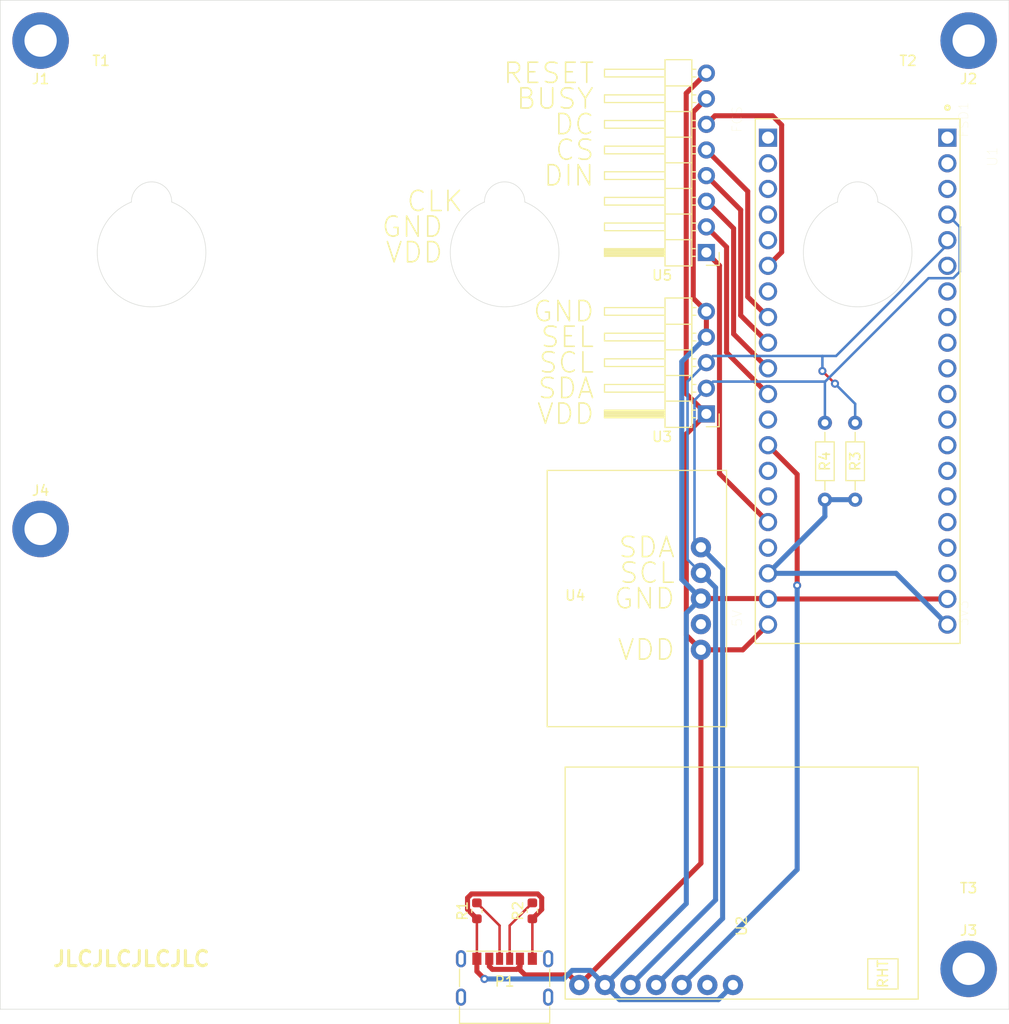
<source format=kicad_pcb>
(kicad_pcb (version 20171130) (host pcbnew "(5.1.6)-1")

  (general
    (thickness 1.6)
    (drawings 28)
    (tracks 119)
    (zones 0)
    (modules 17)
    (nets 48)
  )

  (page A4)
  (layers
    (0 F.Cu signal)
    (31 B.Cu signal)
    (32 B.Adhes user)
    (33 F.Adhes user)
    (34 B.Paste user)
    (35 F.Paste user)
    (36 B.SilkS user)
    (37 F.SilkS user)
    (38 B.Mask user)
    (39 F.Mask user)
    (40 Dwgs.User user)
    (41 Cmts.User user)
    (42 Eco1.User user)
    (43 Eco2.User user)
    (44 Edge.Cuts user)
    (45 Margin user)
    (46 B.CrtYd user)
    (47 F.CrtYd user)
    (48 B.Fab user hide)
    (49 F.Fab user hide)
  )

  (setup
    (last_trace_width 0.25)
    (user_trace_width 0.5)
    (user_trace_width 1)
    (trace_clearance 0.2)
    (zone_clearance 0.508)
    (zone_45_only no)
    (trace_min 0.2)
    (via_size 0.8)
    (via_drill 0.4)
    (via_min_size 0.4)
    (via_min_drill 0.3)
    (uvia_size 0.3)
    (uvia_drill 0.1)
    (uvias_allowed no)
    (uvia_min_size 0.2)
    (uvia_min_drill 0.1)
    (edge_width 0.05)
    (segment_width 0.2)
    (pcb_text_width 0.3)
    (pcb_text_size 1.5 1.5)
    (mod_edge_width 0.12)
    (mod_text_size 1 1)
    (mod_text_width 0.15)
    (pad_size 1.524 1.524)
    (pad_drill 0.762)
    (pad_to_mask_clearance 0.05)
    (aux_axis_origin 0 0)
    (grid_origin 90 115)
    (visible_elements 7FFFFFFF)
    (pcbplotparams
      (layerselection 0x010fc_ffffffff)
      (usegerberextensions false)
      (usegerberattributes true)
      (usegerberadvancedattributes true)
      (creategerberjobfile true)
      (excludeedgelayer true)
      (linewidth 0.100000)
      (plotframeref false)
      (viasonmask false)
      (mode 1)
      (useauxorigin false)
      (hpglpennumber 1)
      (hpglpenspeed 20)
      (hpglpendiameter 15.000000)
      (psnegative false)
      (psa4output false)
      (plotreference true)
      (plotvalue true)
      (plotinvisibletext false)
      (padsonsilk false)
      (subtractmaskfromsilk false)
      (outputformat 1)
      (mirror false)
      (drillshape 0)
      (scaleselection 1)
      (outputdirectory "airqualitysensor-production/"))
  )

  (net 0 "")
  (net 1 GND)
  (net 2 VDD)
  (net 3 "Net-(P1-PadA5)")
  (net 4 "Net-(P1-PadB5)")
  (net 5 SDA)
  (net 6 SCL)
  (net 7 RDY)
  (net 8 "Net-(U2-Pad6)")
  (net 9 "Net-(U4-Pad2)")
  (net 10 "Net-(P1-PadS1)")
  (net 11 "Net-(J1-Pad1)")
  (net 12 "Net-(J2-Pad1)")
  (net 13 "Net-(J3-Pad1)")
  (net 14 3V3)
  (net 15 RESET)
  (net 16 CLK)
  (net 17 DIN)
  (net 18 CS)
  (net 19 BUSY)
  (net 20 DC)
  (net 21 "Net-(J4-Pad1)")
  (net 22 "Net-(U1-PadJ3_17)")
  (net 23 "Net-(U1-PadJ3_15)")
  (net 24 "Net-(U1-PadJ3_14)")
  (net 25 "Net-(U1-PadJ3_12)")
  (net 26 "Net-(U1-PadJ3_1)")
  (net 27 "Net-(U1-PadJ3_2)")
  (net 28 "Net-(U1-PadJ3_3)")
  (net 29 "Net-(U1-PadJ3_4)")
  (net 30 "Net-(U1-PadJ3_5)")
  (net 31 "Net-(U1-PadJ3_7)")
  (net 32 "Net-(U1-PadJ2_18)")
  (net 33 "Net-(U1-PadJ2_17)")
  (net 34 "Net-(U1-PadJ2_16)")
  (net 35 "Net-(U1-PadJ2_15)")
  (net 36 "Net-(U1-PadJ2_14)")
  (net 37 "Net-(U1-PadJ2_13)")
  (net 38 "Net-(U1-PadJ2_12)")
  (net 39 "Net-(U1-PadJ2_1)")
  (net 40 "Net-(U1-PadJ2_2)")
  (net 41 "Net-(U1-PadJ2_3)")
  (net 42 "Net-(U1-PadJ2_6)")
  (net 43 "Net-(U1-PadJ2_7)")
  (net 44 "Net-(U1-PadJ2_8)")
  (net 45 "Net-(U1-PadJ2_9)")
  (net 46 "Net-(U1-PadJ2_11)")
  (net 47 "Net-(U1-PadJ2_10)")

  (net_class Default "This is the default net class."
    (clearance 0.2)
    (trace_width 0.25)
    (via_dia 0.8)
    (via_drill 0.4)
    (uvia_dia 0.3)
    (uvia_drill 0.1)
    (add_net 3V3)
    (add_net BUSY)
    (add_net CLK)
    (add_net CS)
    (add_net DC)
    (add_net DIN)
    (add_net GND)
    (add_net "Net-(J1-Pad1)")
    (add_net "Net-(J2-Pad1)")
    (add_net "Net-(J3-Pad1)")
    (add_net "Net-(J4-Pad1)")
    (add_net "Net-(P1-PadA5)")
    (add_net "Net-(P1-PadB5)")
    (add_net "Net-(P1-PadS1)")
    (add_net "Net-(U1-PadJ2_1)")
    (add_net "Net-(U1-PadJ2_10)")
    (add_net "Net-(U1-PadJ2_11)")
    (add_net "Net-(U1-PadJ2_12)")
    (add_net "Net-(U1-PadJ2_13)")
    (add_net "Net-(U1-PadJ2_14)")
    (add_net "Net-(U1-PadJ2_15)")
    (add_net "Net-(U1-PadJ2_16)")
    (add_net "Net-(U1-PadJ2_17)")
    (add_net "Net-(U1-PadJ2_18)")
    (add_net "Net-(U1-PadJ2_2)")
    (add_net "Net-(U1-PadJ2_3)")
    (add_net "Net-(U1-PadJ2_6)")
    (add_net "Net-(U1-PadJ2_7)")
    (add_net "Net-(U1-PadJ2_8)")
    (add_net "Net-(U1-PadJ2_9)")
    (add_net "Net-(U1-PadJ3_1)")
    (add_net "Net-(U1-PadJ3_12)")
    (add_net "Net-(U1-PadJ3_14)")
    (add_net "Net-(U1-PadJ3_15)")
    (add_net "Net-(U1-PadJ3_17)")
    (add_net "Net-(U1-PadJ3_2)")
    (add_net "Net-(U1-PadJ3_3)")
    (add_net "Net-(U1-PadJ3_4)")
    (add_net "Net-(U1-PadJ3_5)")
    (add_net "Net-(U1-PadJ3_7)")
    (add_net "Net-(U2-Pad6)")
    (add_net "Net-(U4-Pad2)")
    (add_net RDY)
    (add_net RESET)
    (add_net SCL)
    (add_net SDA)
    (add_net VDD)
  )

  (module AirQualitySensor:JLCPCBTooling (layer F.Cu) (tedit 604137BA) (tstamp 604193EC)
    (at 186 105)
    (fp_text reference T3 (at 0 -2) (layer F.SilkS)
      (effects (font (size 1 1) (thickness 0.15)))
    )
    (fp_text value JLCPCBTooling (at 0 2) (layer F.Fab)
      (effects (font (size 1 1) (thickness 0.15)))
    )
    (pad "" np_thru_hole circle (at 0 0) (size 1.152 1.152) (drill 1.152) (layers *.Cu *.Mask)
      (solder_mask_margin 0.148) (clearance 0.148))
  )

  (module AirQualitySensor:JLCPCBTooling (layer F.Cu) (tedit 604137BA) (tstamp 604193BC)
    (at 180 19 180)
    (fp_text reference T2 (at 0 -2) (layer F.SilkS)
      (effects (font (size 1 1) (thickness 0.15)))
    )
    (fp_text value JLCPCBTooling (at 0 2) (layer F.Fab)
      (effects (font (size 1 1) (thickness 0.15)))
    )
    (pad "" np_thru_hole circle (at 0 0 180) (size 1.152 1.152) (drill 1.152) (layers *.Cu *.Mask)
      (solder_mask_margin 0.148) (clearance 0.148))
  )

  (module AirQualitySensor:JLCPCBTooling (layer F.Cu) (tedit 604137BA) (tstamp 604193B0)
    (at 100 19 180)
    (fp_text reference T1 (at 0 -2) (layer F.SilkS)
      (effects (font (size 1 1) (thickness 0.15)))
    )
    (fp_text value JLCPCBTooling (at 0 2) (layer F.Fab)
      (effects (font (size 1 1) (thickness 0.15)))
    )
    (pad "" np_thru_hole circle (at 0 0 180) (size 1.152 1.152) (drill 1.152) (layers *.Cu *.Mask)
      (solder_mask_margin 0.148) (clearance 0.148))
  )

  (module Resistor_THT:R_Axial_DIN0204_L3.6mm_D1.6mm_P7.62mm_Horizontal (layer F.Cu) (tedit 5AE5139B) (tstamp 6041355F)
    (at 171.75 64.5 90)
    (descr "Resistor, Axial_DIN0204 series, Axial, Horizontal, pin pitch=7.62mm, 0.167W, length*diameter=3.6*1.6mm^2, http://cdn-reichelt.de/documents/datenblatt/B400/1_4W%23YAG.pdf")
    (tags "Resistor Axial_DIN0204 series Axial Horizontal pin pitch 7.62mm 0.167W length 3.6mm diameter 1.6mm")
    (path /60414ABE)
    (fp_text reference R4 (at 3.81 0 90) (layer F.SilkS)
      (effects (font (size 1 1) (thickness 0.15)))
    )
    (fp_text value R (at 3.81 1.92 90) (layer F.Fab)
      (effects (font (size 1 1) (thickness 0.15)))
    )
    (fp_line (start 8.57 -1.05) (end -0.95 -1.05) (layer F.CrtYd) (width 0.05))
    (fp_line (start 8.57 1.05) (end 8.57 -1.05) (layer F.CrtYd) (width 0.05))
    (fp_line (start -0.95 1.05) (end 8.57 1.05) (layer F.CrtYd) (width 0.05))
    (fp_line (start -0.95 -1.05) (end -0.95 1.05) (layer F.CrtYd) (width 0.05))
    (fp_line (start 6.68 0) (end 5.73 0) (layer F.SilkS) (width 0.12))
    (fp_line (start 0.94 0) (end 1.89 0) (layer F.SilkS) (width 0.12))
    (fp_line (start 5.73 -0.92) (end 1.89 -0.92) (layer F.SilkS) (width 0.12))
    (fp_line (start 5.73 0.92) (end 5.73 -0.92) (layer F.SilkS) (width 0.12))
    (fp_line (start 1.89 0.92) (end 5.73 0.92) (layer F.SilkS) (width 0.12))
    (fp_line (start 1.89 -0.92) (end 1.89 0.92) (layer F.SilkS) (width 0.12))
    (fp_line (start 7.62 0) (end 5.61 0) (layer F.Fab) (width 0.1))
    (fp_line (start 0 0) (end 2.01 0) (layer F.Fab) (width 0.1))
    (fp_line (start 5.61 -0.8) (end 2.01 -0.8) (layer F.Fab) (width 0.1))
    (fp_line (start 5.61 0.8) (end 5.61 -0.8) (layer F.Fab) (width 0.1))
    (fp_line (start 2.01 0.8) (end 5.61 0.8) (layer F.Fab) (width 0.1))
    (fp_line (start 2.01 -0.8) (end 2.01 0.8) (layer F.Fab) (width 0.1))
    (fp_text user %R (at 3.81 0 90) (layer F.Fab)
      (effects (font (size 0.72 0.72) (thickness 0.108)))
    )
    (pad 2 thru_hole oval (at 7.62 0 90) (size 1.4 1.4) (drill 0.7) (layers *.Cu *.Mask)
      (net 5 SDA))
    (pad 1 thru_hole circle (at 0 0 90) (size 1.4 1.4) (drill 0.7) (layers *.Cu *.Mask)
      (net 14 3V3))
    (model ${KISYS3DMOD}/Resistor_THT.3dshapes/R_Axial_DIN0204_L3.6mm_D1.6mm_P7.62mm_Horizontal.wrl
      (at (xyz 0 0 0))
      (scale (xyz 1 1 1))
      (rotate (xyz 0 0 0))
    )
  )

  (module Resistor_THT:R_Axial_DIN0204_L3.6mm_D1.6mm_P7.62mm_Horizontal (layer F.Cu) (tedit 5AE5139B) (tstamp 60413548)
    (at 174.75 64.5 90)
    (descr "Resistor, Axial_DIN0204 series, Axial, Horizontal, pin pitch=7.62mm, 0.167W, length*diameter=3.6*1.6mm^2, http://cdn-reichelt.de/documents/datenblatt/B400/1_4W%23YAG.pdf")
    (tags "Resistor Axial_DIN0204 series Axial Horizontal pin pitch 7.62mm 0.167W length 3.6mm diameter 1.6mm")
    (path /604146B1)
    (fp_text reference R3 (at 3.81 0 90) (layer F.SilkS)
      (effects (font (size 1 1) (thickness 0.15)))
    )
    (fp_text value R (at 3.81 1.92 90) (layer F.Fab)
      (effects (font (size 1 1) (thickness 0.15)))
    )
    (fp_line (start 8.57 -1.05) (end -0.95 -1.05) (layer F.CrtYd) (width 0.05))
    (fp_line (start 8.57 1.05) (end 8.57 -1.05) (layer F.CrtYd) (width 0.05))
    (fp_line (start -0.95 1.05) (end 8.57 1.05) (layer F.CrtYd) (width 0.05))
    (fp_line (start -0.95 -1.05) (end -0.95 1.05) (layer F.CrtYd) (width 0.05))
    (fp_line (start 6.68 0) (end 5.73 0) (layer F.SilkS) (width 0.12))
    (fp_line (start 0.94 0) (end 1.89 0) (layer F.SilkS) (width 0.12))
    (fp_line (start 5.73 -0.92) (end 1.89 -0.92) (layer F.SilkS) (width 0.12))
    (fp_line (start 5.73 0.92) (end 5.73 -0.92) (layer F.SilkS) (width 0.12))
    (fp_line (start 1.89 0.92) (end 5.73 0.92) (layer F.SilkS) (width 0.12))
    (fp_line (start 1.89 -0.92) (end 1.89 0.92) (layer F.SilkS) (width 0.12))
    (fp_line (start 7.62 0) (end 5.61 0) (layer F.Fab) (width 0.1))
    (fp_line (start 0 0) (end 2.01 0) (layer F.Fab) (width 0.1))
    (fp_line (start 5.61 -0.8) (end 2.01 -0.8) (layer F.Fab) (width 0.1))
    (fp_line (start 5.61 0.8) (end 5.61 -0.8) (layer F.Fab) (width 0.1))
    (fp_line (start 2.01 0.8) (end 5.61 0.8) (layer F.Fab) (width 0.1))
    (fp_line (start 2.01 -0.8) (end 2.01 0.8) (layer F.Fab) (width 0.1))
    (fp_text user %R (at 3.81 0 90) (layer F.Fab)
      (effects (font (size 0.72 0.72) (thickness 0.108)))
    )
    (pad 2 thru_hole oval (at 7.62 0 90) (size 1.4 1.4) (drill 0.7) (layers *.Cu *.Mask)
      (net 6 SCL))
    (pad 1 thru_hole circle (at 0 0 90) (size 1.4 1.4) (drill 0.7) (layers *.Cu *.Mask)
      (net 14 3V3))
    (model ${KISYS3DMOD}/Resistor_THT.3dshapes/R_Axial_DIN0204_L3.6mm_D1.6mm_P7.62mm_Horizontal.wrl
      (at (xyz 0 0 0))
      (scale (xyz 1 1 1))
      (rotate (xyz 0 0 0))
    )
  )

  (module MountingHole:MountingHole_3.2mm_M3_DIN965_Pad (layer F.Cu) (tedit 56D1B4CB) (tstamp 60403955)
    (at 94 67.4)
    (descr "Mounting Hole 3.2mm, M3, DIN965")
    (tags "mounting hole 3.2mm m3 din965")
    (path /6040CD62)
    (attr virtual)
    (fp_text reference J4 (at 0 -3.8) (layer F.SilkS)
      (effects (font (size 1 1) (thickness 0.15)))
    )
    (fp_text value Conn_01x01 (at 0 3.8) (layer F.Fab)
      (effects (font (size 1 1) (thickness 0.15)))
    )
    (fp_circle (center 0 0) (end 2.8 0) (layer Cmts.User) (width 0.15))
    (fp_circle (center 0 0) (end 3.05 0) (layer F.CrtYd) (width 0.05))
    (fp_text user %R (at 0.3 0) (layer F.Fab)
      (effects (font (size 1 1) (thickness 0.15)))
    )
    (pad 1 thru_hole circle (at 0 0) (size 5.6 5.6) (drill 3.2) (layers *.Cu *.Mask)
      (net 21 "Net-(J4-Pad1)"))
  )

  (module AirQualitySensor:SCD30 (layer F.Cu) (tedit 603E9483) (tstamp 603F5917)
    (at 146 91 270)
    (path /603593F7)
    (fp_text reference U2 (at 15.75 -17.5 90) (layer F.SilkS)
      (effects (font (size 1 1) (thickness 0.15)))
    )
    (fp_text value SCD30 (at 11.5 -34 90) (layer F.Fab)
      (effects (font (size 1 1) (thickness 0.15)))
    )
    (fp_line (start 22 -30) (end 22 -33) (layer F.SilkS) (width 0.12))
    (fp_line (start 19 -30) (end 22 -30) (layer F.SilkS) (width 0.12))
    (fp_line (start 19 -33) (end 19 -30) (layer F.SilkS) (width 0.12))
    (fp_line (start 22 -33) (end 19 -33) (layer F.SilkS) (width 0.12))
    (fp_line (start 0 -35) (end 0 0) (layer F.SilkS) (width 0.12))
    (fp_line (start 23 -35) (end 0 -35) (layer F.SilkS) (width 0.12))
    (fp_line (start 23 0) (end 23 -35) (layer F.SilkS) (width 0.12))
    (fp_line (start 0 0) (end 23 0) (layer F.SilkS) (width 0.12))
    (fp_text user RHT (at 20.5 -31.5 90) (layer F.SilkS)
      (effects (font (size 1 1) (thickness 0.15)))
    )
    (pad 7 thru_hole circle (at 21.6 -16.64 270) (size 2 2) (drill 1) (layers *.Cu *.Mask)
      (net 1 GND))
    (pad 6 thru_hole circle (at 21.6 -14.1 270) (size 2 2) (drill 1) (layers *.Cu *.Mask)
      (net 8 "Net-(U2-Pad6)"))
    (pad 5 thru_hole circle (at 21.6 -11.56 270) (size 2 2) (drill 1) (layers *.Cu *.Mask)
      (net 7 RDY))
    (pad 4 thru_hole circle (at 21.6 -9.02 270) (size 2 2) (drill 1) (layers *.Cu *.Mask)
      (net 5 SDA))
    (pad 3 thru_hole circle (at 21.6 -6.48 270) (size 2 2) (drill 1) (layers *.Cu *.Mask)
      (net 6 SCL))
    (pad 2 thru_hole circle (at 21.6 -3.94 270) (size 2 2) (drill 1) (layers *.Cu *.Mask)
      (net 1 GND))
    (pad 1 thru_hole circle (at 21.6 -1.4 270) (size 2 2) (drill 1) (layers *.Cu *.Mask)
      (net 2 VDD))
    (model ${KIPRJMOD}/Sensirion_CO2_Sensors_SCD30.step
      (offset (xyz 8.25 16 14))
      (scale (xyz 1 1 1))
      (rotate (xyz 90 0 -90))
    )
    (model ${KIPRJMOD}/ESP32-DevkitC-32D/zl262-8s_p2-54_l20-8_w2-54_h8-5.stp
      (offset (xyz 21.5 10.25 0))
      (scale (xyz 1 1 1))
      (rotate (xyz -90 0 90))
    )
  )

  (module AirQualitySensor:PinHeader_Waveshare_Display (layer F.Cu) (tedit 603E8C73) (tstamp 603F59FF)
    (at 160 40 180)
    (descr "Through hole angled pin header, 1x08, 2.54mm pitch, 6mm pin length, single row")
    (tags "Through hole angled pin header THT 1x08 2.54mm single row")
    (path /603EDF39)
    (fp_text reference U5 (at 4.385 -2.27) (layer F.SilkS)
      (effects (font (size 1 1) (thickness 0.15)))
    )
    (fp_text value WaveShareDisplay-200x200 (at 4.385 20.05) (layer F.Fab)
      (effects (font (size 1 1) (thickness 0.15)))
    )
    (fp_line (start 2.135 -1.27) (end 4.04 -1.27) (layer F.Fab) (width 0.1))
    (fp_line (start 4.04 -1.27) (end 4.04 19.05) (layer F.Fab) (width 0.1))
    (fp_line (start 4.04 19.05) (end 1.5 19.05) (layer F.Fab) (width 0.1))
    (fp_line (start 1.5 19.05) (end 1.5 -0.635) (layer F.Fab) (width 0.1))
    (fp_line (start 1.5 -0.635) (end 2.135 -1.27) (layer F.Fab) (width 0.1))
    (fp_line (start -0.32 -0.32) (end 1.5 -0.32) (layer F.Fab) (width 0.1))
    (fp_line (start -0.32 -0.32) (end -0.32 0.32) (layer F.Fab) (width 0.1))
    (fp_line (start -0.32 0.32) (end 1.5 0.32) (layer F.Fab) (width 0.1))
    (fp_line (start 4.04 -0.32) (end 10.04 -0.32) (layer F.Fab) (width 0.1))
    (fp_line (start 10.04 -0.32) (end 10.04 0.32) (layer F.Fab) (width 0.1))
    (fp_line (start 4.04 0.32) (end 10.04 0.32) (layer F.Fab) (width 0.1))
    (fp_line (start -0.32 2.22) (end 1.5 2.22) (layer F.Fab) (width 0.1))
    (fp_line (start -0.32 2.22) (end -0.32 2.86) (layer F.Fab) (width 0.1))
    (fp_line (start -0.32 2.86) (end 1.5 2.86) (layer F.Fab) (width 0.1))
    (fp_line (start 4.04 2.22) (end 10.04 2.22) (layer F.Fab) (width 0.1))
    (fp_line (start 10.04 2.22) (end 10.04 2.86) (layer F.Fab) (width 0.1))
    (fp_line (start 4.04 2.86) (end 10.04 2.86) (layer F.Fab) (width 0.1))
    (fp_line (start -0.32 4.76) (end 1.5 4.76) (layer F.Fab) (width 0.1))
    (fp_line (start -0.32 4.76) (end -0.32 5.4) (layer F.Fab) (width 0.1))
    (fp_line (start -0.32 5.4) (end 1.5 5.4) (layer F.Fab) (width 0.1))
    (fp_line (start 4.04 4.76) (end 10.04 4.76) (layer F.Fab) (width 0.1))
    (fp_line (start 10.04 4.76) (end 10.04 5.4) (layer F.Fab) (width 0.1))
    (fp_line (start 4.04 5.4) (end 10.04 5.4) (layer F.Fab) (width 0.1))
    (fp_line (start -0.32 7.3) (end 1.5 7.3) (layer F.Fab) (width 0.1))
    (fp_line (start -0.32 7.3) (end -0.32 7.94) (layer F.Fab) (width 0.1))
    (fp_line (start -0.32 7.94) (end 1.5 7.94) (layer F.Fab) (width 0.1))
    (fp_line (start 4.04 7.3) (end 10.04 7.3) (layer F.Fab) (width 0.1))
    (fp_line (start 10.04 7.3) (end 10.04 7.94) (layer F.Fab) (width 0.1))
    (fp_line (start 4.04 7.94) (end 10.04 7.94) (layer F.Fab) (width 0.1))
    (fp_line (start -0.32 9.84) (end 1.5 9.84) (layer F.Fab) (width 0.1))
    (fp_line (start -0.32 9.84) (end -0.32 10.48) (layer F.Fab) (width 0.1))
    (fp_line (start -0.32 10.48) (end 1.5 10.48) (layer F.Fab) (width 0.1))
    (fp_line (start 4.04 9.84) (end 10.04 9.84) (layer F.Fab) (width 0.1))
    (fp_line (start 10.04 9.84) (end 10.04 10.48) (layer F.Fab) (width 0.1))
    (fp_line (start 4.04 10.48) (end 10.04 10.48) (layer F.Fab) (width 0.1))
    (fp_line (start -0.32 12.38) (end 1.5 12.38) (layer F.Fab) (width 0.1))
    (fp_line (start -0.32 12.38) (end -0.32 13.02) (layer F.Fab) (width 0.1))
    (fp_line (start -0.32 13.02) (end 1.5 13.02) (layer F.Fab) (width 0.1))
    (fp_line (start 4.04 12.38) (end 10.04 12.38) (layer F.Fab) (width 0.1))
    (fp_line (start 10.04 12.38) (end 10.04 13.02) (layer F.Fab) (width 0.1))
    (fp_line (start 4.04 13.02) (end 10.04 13.02) (layer F.Fab) (width 0.1))
    (fp_line (start -0.32 14.92) (end 1.5 14.92) (layer F.Fab) (width 0.1))
    (fp_line (start -0.32 14.92) (end -0.32 15.56) (layer F.Fab) (width 0.1))
    (fp_line (start -0.32 15.56) (end 1.5 15.56) (layer F.Fab) (width 0.1))
    (fp_line (start 4.04 14.92) (end 10.04 14.92) (layer F.Fab) (width 0.1))
    (fp_line (start 10.04 14.92) (end 10.04 15.56) (layer F.Fab) (width 0.1))
    (fp_line (start 4.04 15.56) (end 10.04 15.56) (layer F.Fab) (width 0.1))
    (fp_line (start -0.32 17.46) (end 1.5 17.46) (layer F.Fab) (width 0.1))
    (fp_line (start -0.32 17.46) (end -0.32 18.1) (layer F.Fab) (width 0.1))
    (fp_line (start -0.32 18.1) (end 1.5 18.1) (layer F.Fab) (width 0.1))
    (fp_line (start 4.04 17.46) (end 10.04 17.46) (layer F.Fab) (width 0.1))
    (fp_line (start 10.04 17.46) (end 10.04 18.1) (layer F.Fab) (width 0.1))
    (fp_line (start 4.04 18.1) (end 10.04 18.1) (layer F.Fab) (width 0.1))
    (fp_line (start 1.44 -1.33) (end 1.44 19.11) (layer F.SilkS) (width 0.12))
    (fp_line (start 1.44 19.11) (end 4.1 19.11) (layer F.SilkS) (width 0.12))
    (fp_line (start 4.1 19.11) (end 4.1 -1.33) (layer F.SilkS) (width 0.12))
    (fp_line (start 4.1 -1.33) (end 1.44 -1.33) (layer F.SilkS) (width 0.12))
    (fp_line (start 4.1 -0.38) (end 10.1 -0.38) (layer F.SilkS) (width 0.12))
    (fp_line (start 10.1 -0.38) (end 10.1 0.38) (layer F.SilkS) (width 0.12))
    (fp_line (start 10.1 0.38) (end 4.1 0.38) (layer F.SilkS) (width 0.12))
    (fp_line (start 4.1 -0.32) (end 10.1 -0.32) (layer F.SilkS) (width 0.12))
    (fp_line (start 4.1 -0.2) (end 10.1 -0.2) (layer F.SilkS) (width 0.12))
    (fp_line (start 4.1 -0.08) (end 10.1 -0.08) (layer F.SilkS) (width 0.12))
    (fp_line (start 4.1 0.04) (end 10.1 0.04) (layer F.SilkS) (width 0.12))
    (fp_line (start 4.1 0.16) (end 10.1 0.16) (layer F.SilkS) (width 0.12))
    (fp_line (start 4.1 0.28) (end 10.1 0.28) (layer F.SilkS) (width 0.12))
    (fp_line (start 1.11 -0.38) (end 1.44 -0.38) (layer F.SilkS) (width 0.12))
    (fp_line (start 1.11 0.38) (end 1.44 0.38) (layer F.SilkS) (width 0.12))
    (fp_line (start 1.44 1.27) (end 4.1 1.27) (layer F.SilkS) (width 0.12))
    (fp_line (start 4.1 2.16) (end 10.1 2.16) (layer F.SilkS) (width 0.12))
    (fp_line (start 10.1 2.16) (end 10.1 2.92) (layer F.SilkS) (width 0.12))
    (fp_line (start 10.1 2.92) (end 4.1 2.92) (layer F.SilkS) (width 0.12))
    (fp_line (start 1.042929 2.16) (end 1.44 2.16) (layer F.SilkS) (width 0.12))
    (fp_line (start 1.042929 2.92) (end 1.44 2.92) (layer F.SilkS) (width 0.12))
    (fp_line (start 1.44 3.81) (end 4.1 3.81) (layer F.SilkS) (width 0.12))
    (fp_line (start 4.1 4.7) (end 10.1 4.7) (layer F.SilkS) (width 0.12))
    (fp_line (start 10.1 4.7) (end 10.1 5.46) (layer F.SilkS) (width 0.12))
    (fp_line (start 10.1 5.46) (end 4.1 5.46) (layer F.SilkS) (width 0.12))
    (fp_line (start 1.042929 4.7) (end 1.44 4.7) (layer F.SilkS) (width 0.12))
    (fp_line (start 1.042929 5.46) (end 1.44 5.46) (layer F.SilkS) (width 0.12))
    (fp_line (start 1.44 6.35) (end 4.1 6.35) (layer F.SilkS) (width 0.12))
    (fp_line (start 4.1 7.24) (end 10.1 7.24) (layer F.SilkS) (width 0.12))
    (fp_line (start 10.1 7.24) (end 10.1 8) (layer F.SilkS) (width 0.12))
    (fp_line (start 10.1 8) (end 4.1 8) (layer F.SilkS) (width 0.12))
    (fp_line (start 1.042929 7.24) (end 1.44 7.24) (layer F.SilkS) (width 0.12))
    (fp_line (start 1.042929 8) (end 1.44 8) (layer F.SilkS) (width 0.12))
    (fp_line (start 1.44 8.89) (end 4.1 8.89) (layer F.SilkS) (width 0.12))
    (fp_line (start 4.1 9.78) (end 10.1 9.78) (layer F.SilkS) (width 0.12))
    (fp_line (start 10.1 9.78) (end 10.1 10.54) (layer F.SilkS) (width 0.12))
    (fp_line (start 10.1 10.54) (end 4.1 10.54) (layer F.SilkS) (width 0.12))
    (fp_line (start 1.042929 9.78) (end 1.44 9.78) (layer F.SilkS) (width 0.12))
    (fp_line (start 1.042929 10.54) (end 1.44 10.54) (layer F.SilkS) (width 0.12))
    (fp_line (start 1.44 11.43) (end 4.1 11.43) (layer F.SilkS) (width 0.12))
    (fp_line (start 4.1 12.32) (end 10.1 12.32) (layer F.SilkS) (width 0.12))
    (fp_line (start 10.1 12.32) (end 10.1 13.08) (layer F.SilkS) (width 0.12))
    (fp_line (start 10.1 13.08) (end 4.1 13.08) (layer F.SilkS) (width 0.12))
    (fp_line (start 1.042929 12.32) (end 1.44 12.32) (layer F.SilkS) (width 0.12))
    (fp_line (start 1.042929 13.08) (end 1.44 13.08) (layer F.SilkS) (width 0.12))
    (fp_line (start 1.44 13.97) (end 4.1 13.97) (layer F.SilkS) (width 0.12))
    (fp_line (start 4.1 14.86) (end 10.1 14.86) (layer F.SilkS) (width 0.12))
    (fp_line (start 10.1 14.86) (end 10.1 15.62) (layer F.SilkS) (width 0.12))
    (fp_line (start 10.1 15.62) (end 4.1 15.62) (layer F.SilkS) (width 0.12))
    (fp_line (start 1.042929 14.86) (end 1.44 14.86) (layer F.SilkS) (width 0.12))
    (fp_line (start 1.042929 15.62) (end 1.44 15.62) (layer F.SilkS) (width 0.12))
    (fp_line (start 1.44 16.51) (end 4.1 16.51) (layer F.SilkS) (width 0.12))
    (fp_line (start 4.1 17.4) (end 10.1 17.4) (layer F.SilkS) (width 0.12))
    (fp_line (start 10.1 17.4) (end 10.1 18.16) (layer F.SilkS) (width 0.12))
    (fp_line (start 10.1 18.16) (end 4.1 18.16) (layer F.SilkS) (width 0.12))
    (fp_line (start 1.042929 17.4) (end 1.44 17.4) (layer F.SilkS) (width 0.12))
    (fp_line (start 1.042929 18.16) (end 1.44 18.16) (layer F.SilkS) (width 0.12))
    (fp_line (start -1.27 0) (end -1.27 -1.27) (layer F.SilkS) (width 0.12))
    (fp_line (start -1.27 -1.27) (end 0 -1.27) (layer F.SilkS) (width 0.12))
    (fp_line (start -1.8 -1.8) (end -1.8 19.55) (layer F.CrtYd) (width 0.05))
    (fp_line (start -1.8 19.55) (end 10.55 19.55) (layer F.CrtYd) (width 0.05))
    (fp_line (start 10.55 19.55) (end 10.55 -1.8) (layer F.CrtYd) (width 0.05))
    (fp_line (start 10.55 -1.8) (end -1.8 -1.8) (layer F.CrtYd) (width 0.05))
    (fp_text user %R (at 2.77 8.89 90) (layer F.Fab)
      (effects (font (size 1 1) (thickness 0.15)))
    )
    (pad 1 thru_hole rect (at 0 0 180) (size 1.7 1.7) (drill 1) (layers *.Cu *.Mask)
      (net 15 RESET))
    (pad 2 thru_hole oval (at 0 2.54 180) (size 1.7 1.7) (drill 1) (layers *.Cu *.Mask)
      (net 19 BUSY))
    (pad 3 thru_hole oval (at 0 5.08 180) (size 1.7 1.7) (drill 1) (layers *.Cu *.Mask)
      (net 20 DC))
    (pad 4 thru_hole oval (at 0 7.62 180) (size 1.7 1.7) (drill 1) (layers *.Cu *.Mask)
      (net 18 CS))
    (pad 5 thru_hole oval (at 0 10.16 180) (size 1.7 1.7) (drill 1) (layers *.Cu *.Mask)
      (net 17 DIN))
    (pad 6 thru_hole oval (at 0 12.7 180) (size 1.7 1.7) (drill 1) (layers *.Cu *.Mask)
      (net 16 CLK))
    (pad 7 thru_hole oval (at 0 15.24 180) (size 1.7 1.7) (drill 1) (layers *.Cu *.Mask)
      (net 1 GND))
    (pad 8 thru_hole oval (at 0 17.78 180) (size 1.7 1.7) (drill 1) (layers *.Cu *.Mask)
      (net 2 VDD))
    (model ${KISYS3DMOD}/Connector_PinHeader_2.54mm.3dshapes/PinHeader_1x08_P2.54mm_Horizontal.wrl
      (at (xyz 0 0 0))
      (scale (xyz 1 1 1))
      (rotate (xyz 0 0 0))
    )
  )

  (module AirQualitySensor:SGP40_Adafruit (layer F.Cu) (tedit 603E8965) (tstamp 603F597E)
    (at 162 87 90)
    (path /603856DB)
    (fp_text reference U4 (at 13 -15 180) (layer F.SilkS)
      (effects (font (size 1 1) (thickness 0.15)))
    )
    (fp_text value SGP40_Adafruit (at 12.7 -15.24 90) (layer F.Fab)
      (effects (font (size 1 1) (thickness 0.15)))
    )
    (fp_line (start 0 0) (end 25.4 0) (layer F.SilkS) (width 0.12))
    (fp_line (start 25.4 0) (end 25.4 -17.78) (layer F.SilkS) (width 0.12))
    (fp_line (start 25.4 -17.78) (end 0 -17.78) (layer F.SilkS) (width 0.12))
    (fp_line (start 0 -17.78) (end 0 0) (layer F.SilkS) (width 0.12))
    (pad 5 thru_hole circle (at 17.78 -2.54 90) (size 2 2) (drill 1) (layers *.Cu *.Mask)
      (net 5 SDA))
    (pad 4 thru_hole circle (at 15.24 -2.54 90) (size 2 2) (drill 1) (layers *.Cu *.Mask)
      (net 6 SCL))
    (pad 3 thru_hole circle (at 12.7 -2.54 90) (size 2 2) (drill 1) (layers *.Cu *.Mask)
      (net 1 GND))
    (pad 2 thru_hole circle (at 10.16 -2.54 90) (size 2 2) (drill 1) (layers *.Cu *.Mask)
      (net 9 "Net-(U4-Pad2)"))
    (pad 1 thru_hole circle (at 7.62 -2.54 90) (size 2 2) (drill 1) (layers *.Cu *.Mask)
      (net 2 VDD))
    (model ${KIPRJMOD}/ESP32-DevkitC-32D/HEADER6PFEM.stp
      (offset (xyz 7.6 2.5 0))
      (scale (xyz 1 1 1))
      (rotate (xyz 0 0 0))
    )
  )

  (module AirQualitySensor:PinHeader_SPS (layer F.Cu) (tedit 603E8C52) (tstamp 603F5971)
    (at 160 56 180)
    (descr "Through hole angled pin header, 1x05, 2.54mm pitch, 6mm pin length, single row")
    (tags "Through hole angled pin header THT 1x05 2.54mm single row")
    (path /6035ACCF)
    (fp_text reference U3 (at 4.385 -2.27) (layer F.SilkS)
      (effects (font (size 1 1) (thickness 0.15)))
    )
    (fp_text value SPS30 (at 4.385 12.43) (layer F.Fab)
      (effects (font (size 1 1) (thickness 0.15)))
    )
    (fp_line (start 2.135 -1.27) (end 4.04 -1.27) (layer F.Fab) (width 0.1))
    (fp_line (start 4.04 -1.27) (end 4.04 11.43) (layer F.Fab) (width 0.1))
    (fp_line (start 4.04 11.43) (end 1.5 11.43) (layer F.Fab) (width 0.1))
    (fp_line (start 1.5 11.43) (end 1.5 -0.635) (layer F.Fab) (width 0.1))
    (fp_line (start 1.5 -0.635) (end 2.135 -1.27) (layer F.Fab) (width 0.1))
    (fp_line (start -0.32 -0.32) (end 1.5 -0.32) (layer F.Fab) (width 0.1))
    (fp_line (start -0.32 -0.32) (end -0.32 0.32) (layer F.Fab) (width 0.1))
    (fp_line (start -0.32 0.32) (end 1.5 0.32) (layer F.Fab) (width 0.1))
    (fp_line (start 4.04 -0.32) (end 10.04 -0.32) (layer F.Fab) (width 0.1))
    (fp_line (start 10.04 -0.32) (end 10.04 0.32) (layer F.Fab) (width 0.1))
    (fp_line (start 4.04 0.32) (end 10.04 0.32) (layer F.Fab) (width 0.1))
    (fp_line (start -0.32 2.22) (end 1.5 2.22) (layer F.Fab) (width 0.1))
    (fp_line (start -0.32 2.22) (end -0.32 2.86) (layer F.Fab) (width 0.1))
    (fp_line (start -0.32 2.86) (end 1.5 2.86) (layer F.Fab) (width 0.1))
    (fp_line (start 4.04 2.22) (end 10.04 2.22) (layer F.Fab) (width 0.1))
    (fp_line (start 10.04 2.22) (end 10.04 2.86) (layer F.Fab) (width 0.1))
    (fp_line (start 4.04 2.86) (end 10.04 2.86) (layer F.Fab) (width 0.1))
    (fp_line (start -0.32 4.76) (end 1.5 4.76) (layer F.Fab) (width 0.1))
    (fp_line (start -0.32 4.76) (end -0.32 5.4) (layer F.Fab) (width 0.1))
    (fp_line (start -0.32 5.4) (end 1.5 5.4) (layer F.Fab) (width 0.1))
    (fp_line (start 4.04 4.76) (end 10.04 4.76) (layer F.Fab) (width 0.1))
    (fp_line (start 10.04 4.76) (end 10.04 5.4) (layer F.Fab) (width 0.1))
    (fp_line (start 4.04 5.4) (end 10.04 5.4) (layer F.Fab) (width 0.1))
    (fp_line (start -0.32 7.3) (end 1.5 7.3) (layer F.Fab) (width 0.1))
    (fp_line (start -0.32 7.3) (end -0.32 7.94) (layer F.Fab) (width 0.1))
    (fp_line (start -0.32 7.94) (end 1.5 7.94) (layer F.Fab) (width 0.1))
    (fp_line (start 4.04 7.3) (end 10.04 7.3) (layer F.Fab) (width 0.1))
    (fp_line (start 10.04 7.3) (end 10.04 7.94) (layer F.Fab) (width 0.1))
    (fp_line (start 4.04 7.94) (end 10.04 7.94) (layer F.Fab) (width 0.1))
    (fp_line (start -0.32 9.84) (end 1.5 9.84) (layer F.Fab) (width 0.1))
    (fp_line (start -0.32 9.84) (end -0.32 10.48) (layer F.Fab) (width 0.1))
    (fp_line (start -0.32 10.48) (end 1.5 10.48) (layer F.Fab) (width 0.1))
    (fp_line (start 4.04 9.84) (end 10.04 9.84) (layer F.Fab) (width 0.1))
    (fp_line (start 10.04 9.84) (end 10.04 10.48) (layer F.Fab) (width 0.1))
    (fp_line (start 4.04 10.48) (end 10.04 10.48) (layer F.Fab) (width 0.1))
    (fp_line (start 1.44 -1.33) (end 1.44 11.49) (layer F.SilkS) (width 0.12))
    (fp_line (start 1.44 11.49) (end 4.1 11.49) (layer F.SilkS) (width 0.12))
    (fp_line (start 4.1 11.49) (end 4.1 -1.33) (layer F.SilkS) (width 0.12))
    (fp_line (start 4.1 -1.33) (end 1.44 -1.33) (layer F.SilkS) (width 0.12))
    (fp_line (start 4.1 -0.38) (end 10.1 -0.38) (layer F.SilkS) (width 0.12))
    (fp_line (start 10.1 -0.38) (end 10.1 0.38) (layer F.SilkS) (width 0.12))
    (fp_line (start 10.1 0.38) (end 4.1 0.38) (layer F.SilkS) (width 0.12))
    (fp_line (start 4.1 -0.32) (end 10.1 -0.32) (layer F.SilkS) (width 0.12))
    (fp_line (start 4.1 -0.2) (end 10.1 -0.2) (layer F.SilkS) (width 0.12))
    (fp_line (start 4.1 -0.08) (end 10.1 -0.08) (layer F.SilkS) (width 0.12))
    (fp_line (start 4.1 0.04) (end 10.1 0.04) (layer F.SilkS) (width 0.12))
    (fp_line (start 4.1 0.16) (end 10.1 0.16) (layer F.SilkS) (width 0.12))
    (fp_line (start 4.1 0.28) (end 10.1 0.28) (layer F.SilkS) (width 0.12))
    (fp_line (start 1.11 -0.38) (end 1.44 -0.38) (layer F.SilkS) (width 0.12))
    (fp_line (start 1.11 0.38) (end 1.44 0.38) (layer F.SilkS) (width 0.12))
    (fp_line (start 1.44 1.27) (end 4.1 1.27) (layer F.SilkS) (width 0.12))
    (fp_line (start 4.1 2.16) (end 10.1 2.16) (layer F.SilkS) (width 0.12))
    (fp_line (start 10.1 2.16) (end 10.1 2.92) (layer F.SilkS) (width 0.12))
    (fp_line (start 10.1 2.92) (end 4.1 2.92) (layer F.SilkS) (width 0.12))
    (fp_line (start 1.042929 2.16) (end 1.44 2.16) (layer F.SilkS) (width 0.12))
    (fp_line (start 1.042929 2.92) (end 1.44 2.92) (layer F.SilkS) (width 0.12))
    (fp_line (start 1.44 3.81) (end 4.1 3.81) (layer F.SilkS) (width 0.12))
    (fp_line (start 4.1 4.7) (end 10.1 4.7) (layer F.SilkS) (width 0.12))
    (fp_line (start 10.1 4.7) (end 10.1 5.46) (layer F.SilkS) (width 0.12))
    (fp_line (start 10.1 5.46) (end 4.1 5.46) (layer F.SilkS) (width 0.12))
    (fp_line (start 1.042929 4.7) (end 1.44 4.7) (layer F.SilkS) (width 0.12))
    (fp_line (start 1.042929 5.46) (end 1.44 5.46) (layer F.SilkS) (width 0.12))
    (fp_line (start 1.44 6.35) (end 4.1 6.35) (layer F.SilkS) (width 0.12))
    (fp_line (start 4.1 7.24) (end 10.1 7.24) (layer F.SilkS) (width 0.12))
    (fp_line (start 10.1 7.24) (end 10.1 8) (layer F.SilkS) (width 0.12))
    (fp_line (start 10.1 8) (end 4.1 8) (layer F.SilkS) (width 0.12))
    (fp_line (start 1.042929 7.24) (end 1.44 7.24) (layer F.SilkS) (width 0.12))
    (fp_line (start 1.042929 8) (end 1.44 8) (layer F.SilkS) (width 0.12))
    (fp_line (start 1.44 8.89) (end 4.1 8.89) (layer F.SilkS) (width 0.12))
    (fp_line (start 4.1 9.78) (end 10.1 9.78) (layer F.SilkS) (width 0.12))
    (fp_line (start 10.1 9.78) (end 10.1 10.54) (layer F.SilkS) (width 0.12))
    (fp_line (start 10.1 10.54) (end 4.1 10.54) (layer F.SilkS) (width 0.12))
    (fp_line (start 1.042929 9.78) (end 1.44 9.78) (layer F.SilkS) (width 0.12))
    (fp_line (start 1.042929 10.54) (end 1.44 10.54) (layer F.SilkS) (width 0.12))
    (fp_line (start -1.27 0) (end -1.27 -1.27) (layer F.SilkS) (width 0.12))
    (fp_line (start -1.27 -1.27) (end 0 -1.27) (layer F.SilkS) (width 0.12))
    (fp_line (start -1.8 -1.8) (end -1.8 11.95) (layer F.CrtYd) (width 0.05))
    (fp_line (start -1.8 11.95) (end 10.55 11.95) (layer F.CrtYd) (width 0.05))
    (fp_line (start 10.55 11.95) (end 10.55 -1.8) (layer F.CrtYd) (width 0.05))
    (fp_line (start 10.55 -1.8) (end -1.8 -1.8) (layer F.CrtYd) (width 0.05))
    (fp_text user %R (at 2.77 5.08 90) (layer F.Fab)
      (effects (font (size 1 1) (thickness 0.15)))
    )
    (pad 1 thru_hole rect (at 0 0 180) (size 1.7 1.7) (drill 1) (layers *.Cu *.Mask)
      (net 2 VDD))
    (pad 2 thru_hole oval (at 0 2.54 180) (size 1.7 1.7) (drill 1) (layers *.Cu *.Mask)
      (net 5 SDA))
    (pad 3 thru_hole oval (at 0 5.08 180) (size 1.7 1.7) (drill 1) (layers *.Cu *.Mask)
      (net 6 SCL))
    (pad 4 thru_hole oval (at 0 7.62 180) (size 1.7 1.7) (drill 1) (layers *.Cu *.Mask)
      (net 1 GND))
    (pad 5 thru_hole oval (at 0 10.16 180) (size 1.7 1.7) (drill 1) (layers *.Cu *.Mask)
      (net 1 GND))
    (model ${KISYS3DMOD}/Connector_PinHeader_2.54mm.3dshapes/PinHeader_1x05_P2.54mm_Horizontal.wrl
      (at (xyz 0 0 0))
      (scale (xyz 1 1 1))
      (rotate (xyz 0 0 0))
    )
  )

  (module ESP32-DevkitC-32D:XCVR_ESP32-PICO-KIT (layer F.Cu) (tedit 603E8836) (tstamp 603F589D)
    (at 175 52.75 270)
    (path /603F3CB4)
    (fp_text reference U1 (at -22.2541 -13.3495 90) (layer F.SilkS)
      (effects (font (size 1 1) (thickness 0.015)))
    )
    (fp_text value ESP32-PICO-KIT (at -13.3561 13.3466 90) (layer F.Fab)
      (effects (font (size 1 1) (thickness 0.015)))
    )
    (fp_line (start -26 -10.15) (end 26 -10.15) (layer F.Fab) (width 0.127))
    (fp_line (start 26 -10.15) (end 26 10.15) (layer F.Fab) (width 0.127))
    (fp_line (start 26 10.15) (end -26 10.15) (layer F.Fab) (width 0.127))
    (fp_line (start -26 10.15) (end -26 -10.15) (layer F.Fab) (width 0.127))
    (fp_line (start -26 -10.15) (end 26 -10.15) (layer F.SilkS) (width 0.127))
    (fp_line (start 26 -10.15) (end 26 10.15) (layer F.SilkS) (width 0.127))
    (fp_line (start 26 10.15) (end -26 10.15) (layer F.SilkS) (width 0.127))
    (fp_line (start -26 10.15) (end -26 -10.15) (layer F.SilkS) (width 0.127))
    (fp_line (start -26.25 -10.4) (end 26.25 -10.4) (layer F.CrtYd) (width 0.05))
    (fp_line (start 26.25 -10.4) (end 26.25 10.4) (layer F.CrtYd) (width 0.05))
    (fp_line (start 26.25 10.4) (end -26.25 10.4) (layer F.CrtYd) (width 0.05))
    (fp_line (start -26.25 10.4) (end -26.25 -10.4) (layer F.CrtYd) (width 0.05))
    (fp_circle (center -27.1 -8.9) (end -26.876394 -8.9) (layer F.SilkS) (width 0.2))
    (fp_text user 5V (at 23.5064 11.9438 90) (layer F.SilkS)
      (effects (font (size 0.945339 0.945339) (thickness 0.015)))
    )
    (fp_text user 3V3 (at 23.0002 -10.506 90) (layer F.SilkS)
      (effects (font (size 0.945425 0.945425) (thickness 0.015)))
    )
    (fp_text user FCS (at -25.9405 11.953 90) (layer F.SilkS)
      (effects (font (size 0.946071 0.946071) (thickness 0.015)))
    )
    (fp_text user FSD1 (at -25.9215 -10.5055 90) (layer F.SilkS)
      (effects (font (size 0.945378 0.945378) (thickness 0.015)))
    )
    (pad J3_20 thru_hole circle (at 24.13 8.89 270) (size 1.8 1.8) (drill 1.2) (layers *.Cu *.Mask)
      (net 2 VDD))
    (pad J3_19 thru_hole circle (at 21.59 8.89 270) (size 1.8 1.8) (drill 1.2) (layers *.Cu *.Mask)
      (net 1 GND))
    (pad J3_18 thru_hole circle (at 19.05 8.89 270) (size 1.8 1.8) (drill 1.2) (layers *.Cu *.Mask)
      (net 14 3V3))
    (pad J3_17 thru_hole circle (at 16.51 8.89 270) (size 1.8 1.8) (drill 1.2) (layers *.Cu *.Mask)
      (net 22 "Net-(U1-PadJ3_17)"))
    (pad J3_16 thru_hole circle (at 13.97 8.89 270) (size 1.8 1.8) (drill 1.2) (layers *.Cu *.Mask)
      (net 15 RESET))
    (pad J3_15 thru_hole circle (at 11.43 8.89 270) (size 1.8 1.8) (drill 1.2) (layers *.Cu *.Mask)
      (net 23 "Net-(U1-PadJ3_15)"))
    (pad J3_14 thru_hole circle (at 8.89 8.89 270) (size 1.8 1.8) (drill 1.2) (layers *.Cu *.Mask)
      (net 24 "Net-(U1-PadJ3_14)"))
    (pad J3_13 thru_hole circle (at 6.35 8.89 270) (size 1.8 1.8) (drill 1.2) (layers *.Cu *.Mask)
      (net 7 RDY))
    (pad J3_12 thru_hole circle (at 3.81 8.89 270) (size 1.8 1.8) (drill 1.2) (layers *.Cu *.Mask)
      (net 25 "Net-(U1-PadJ3_12)"))
    (pad J3_1 thru_hole rect (at -24.13 8.89 270) (size 1.8 1.8) (drill 1.2) (layers *.Cu *.Mask)
      (net 26 "Net-(U1-PadJ3_1)"))
    (pad J3_2 thru_hole circle (at -21.59 8.89 270) (size 1.8 1.8) (drill 1.2) (layers *.Cu *.Mask)
      (net 27 "Net-(U1-PadJ3_2)"))
    (pad J3_3 thru_hole circle (at -19.05 8.89 270) (size 1.8 1.8) (drill 1.2) (layers *.Cu *.Mask)
      (net 28 "Net-(U1-PadJ3_3)"))
    (pad J3_4 thru_hole circle (at -16.51 8.89 270) (size 1.8 1.8) (drill 1.2) (layers *.Cu *.Mask)
      (net 29 "Net-(U1-PadJ3_4)"))
    (pad J3_5 thru_hole circle (at -13.97 8.89 270) (size 1.8 1.8) (drill 1.2) (layers *.Cu *.Mask)
      (net 30 "Net-(U1-PadJ3_5)"))
    (pad J3_6 thru_hole circle (at -11.43 8.89 270) (size 1.8 1.8) (drill 1.2) (layers *.Cu *.Mask)
      (net 16 CLK))
    (pad J3_7 thru_hole circle (at -8.89 8.89 270) (size 1.8 1.8) (drill 1.2) (layers *.Cu *.Mask)
      (net 31 "Net-(U1-PadJ3_7)"))
    (pad J3_8 thru_hole circle (at -6.35 8.89 270) (size 1.8 1.8) (drill 1.2) (layers *.Cu *.Mask)
      (net 17 DIN))
    (pad J3_9 thru_hole circle (at -3.81 8.89 270) (size 1.8 1.8) (drill 1.2) (layers *.Cu *.Mask)
      (net 18 CS))
    (pad J3_11 thru_hole circle (at 1.27 8.89 270) (size 1.8 1.8) (drill 1.2) (layers *.Cu *.Mask)
      (net 19 BUSY))
    (pad J3_10 thru_hole circle (at -1.27 8.89 270) (size 1.8 1.8) (drill 1.2) (layers *.Cu *.Mask)
      (net 20 DC))
    (pad J2_20 thru_hole circle (at 24.13 -8.89 270) (size 1.8 1.8) (drill 1.2) (layers *.Cu *.Mask)
      (net 14 3V3))
    (pad J2_19 thru_hole circle (at 21.59 -8.89 270) (size 1.8 1.8) (drill 1.2) (layers *.Cu *.Mask)
      (net 1 GND))
    (pad J2_18 thru_hole circle (at 19.05 -8.89 270) (size 1.8 1.8) (drill 1.2) (layers *.Cu *.Mask)
      (net 32 "Net-(U1-PadJ2_18)"))
    (pad J2_17 thru_hole circle (at 16.51 -8.89 270) (size 1.8 1.8) (drill 1.2) (layers *.Cu *.Mask)
      (net 33 "Net-(U1-PadJ2_17)"))
    (pad J2_16 thru_hole circle (at 13.97 -8.89 270) (size 1.8 1.8) (drill 1.2) (layers *.Cu *.Mask)
      (net 34 "Net-(U1-PadJ2_16)"))
    (pad J2_15 thru_hole circle (at 11.43 -8.89 270) (size 1.8 1.8) (drill 1.2) (layers *.Cu *.Mask)
      (net 35 "Net-(U1-PadJ2_15)"))
    (pad J2_14 thru_hole circle (at 8.89 -8.89 270) (size 1.8 1.8) (drill 1.2) (layers *.Cu *.Mask)
      (net 36 "Net-(U1-PadJ2_14)"))
    (pad J2_13 thru_hole circle (at 6.35 -8.89 270) (size 1.8 1.8) (drill 1.2) (layers *.Cu *.Mask)
      (net 37 "Net-(U1-PadJ2_13)"))
    (pad J2_12 thru_hole circle (at 3.81 -8.89 270) (size 1.8 1.8) (drill 1.2) (layers *.Cu *.Mask)
      (net 38 "Net-(U1-PadJ2_12)"))
    (pad J2_1 thru_hole rect (at -24.13 -8.89 270) (size 1.8 1.8) (drill 1.2) (layers *.Cu *.Mask)
      (net 39 "Net-(U1-PadJ2_1)"))
    (pad J2_2 thru_hole circle (at -21.59 -8.89 270) (size 1.8 1.8) (drill 1.2) (layers *.Cu *.Mask)
      (net 40 "Net-(U1-PadJ2_2)"))
    (pad J2_3 thru_hole circle (at -19.05 -8.89 270) (size 1.8 1.8) (drill 1.2) (layers *.Cu *.Mask)
      (net 41 "Net-(U1-PadJ2_3)"))
    (pad J2_4 thru_hole circle (at -16.51 -8.89 270) (size 1.8 1.8) (drill 1.2) (layers *.Cu *.Mask)
      (net 5 SDA))
    (pad J2_5 thru_hole circle (at -13.97 -8.89 270) (size 1.8 1.8) (drill 1.2) (layers *.Cu *.Mask)
      (net 6 SCL))
    (pad J2_6 thru_hole circle (at -11.43 -8.89 270) (size 1.8 1.8) (drill 1.2) (layers *.Cu *.Mask)
      (net 42 "Net-(U1-PadJ2_6)"))
    (pad J2_7 thru_hole circle (at -8.89 -8.89 270) (size 1.8 1.8) (drill 1.2) (layers *.Cu *.Mask)
      (net 43 "Net-(U1-PadJ2_7)"))
    (pad J2_8 thru_hole circle (at -6.35 -8.89 270) (size 1.8 1.8) (drill 1.2) (layers *.Cu *.Mask)
      (net 44 "Net-(U1-PadJ2_8)"))
    (pad J2_9 thru_hole circle (at -3.81 -8.89 270) (size 1.8 1.8) (drill 1.2) (layers *.Cu *.Mask)
      (net 45 "Net-(U1-PadJ2_9)"))
    (pad J2_11 thru_hole circle (at 1.27 -8.89 270) (size 1.8 1.8) (drill 1.2) (layers *.Cu *.Mask)
      (net 46 "Net-(U1-PadJ2_11)"))
    (pad J2_10 thru_hole circle (at -1.27 -8.89 270) (size 1.8 1.8) (drill 1.2) (layers *.Cu *.Mask)
      (net 47 "Net-(U1-PadJ2_10)"))
    (model ${KIPRJMOD}/ESP32-DevkitC-32D/ESP32-PICO-KIT.STEP
      (offset (xyz 0 0 12))
      (scale (xyz 1 1 1))
      (rotate (xyz -90 0 -90))
    )
    (model "${KIPRJMOD}/ESP32-DevkitC-32D/Header Female 1x16.STEP"
      (offset (xyz 0 9 4))
      (scale (xyz 1 1 1))
      (rotate (xyz -90 0 0))
    )
    (model "${KIPRJMOD}/ESP32-DevkitC-32D/Header Female 1x16.STEP"
      (offset (xyz 0 -9 4))
      (scale (xyz 1 1 1))
      (rotate (xyz -90 0 0))
    )
  )

  (module MountingHole:MountingHole_3.2mm_M3_DIN965_Pad (layer F.Cu) (tedit 56D1B4CB) (tstamp 603F4EC7)
    (at 186 111)
    (descr "Mounting Hole 3.2mm, M3, DIN965")
    (tags "mounting hole 3.2mm m3 din965")
    (path /6039762F)
    (attr virtual)
    (fp_text reference J3 (at 0 -3.8) (layer F.SilkS)
      (effects (font (size 1 1) (thickness 0.15)))
    )
    (fp_text value Conn_01x01 (at 0 3.8) (layer F.Fab)
      (effects (font (size 1 1) (thickness 0.15)))
    )
    (fp_circle (center 0 0) (end 3.05 0) (layer F.CrtYd) (width 0.05))
    (fp_circle (center 0 0) (end 2.8 0) (layer Cmts.User) (width 0.15))
    (fp_text user %R (at 0.3 0) (layer F.Fab)
      (effects (font (size 1 1) (thickness 0.15)))
    )
    (pad 1 thru_hole circle (at 0 0) (size 5.6 5.6) (drill 3.2) (layers *.Cu *.Mask)
      (net 13 "Net-(J3-Pad1)"))
  )

  (module MountingHole:MountingHole_3.2mm_M3_DIN965_Pad (layer F.Cu) (tedit 56D1B4CB) (tstamp 603F4EB2)
    (at 186 19 180)
    (descr "Mounting Hole 3.2mm, M3, DIN965")
    (tags "mounting hole 3.2mm m3 din965")
    (path /60397339)
    (attr virtual)
    (fp_text reference J2 (at 0 -3.8) (layer F.SilkS)
      (effects (font (size 1 1) (thickness 0.15)))
    )
    (fp_text value Conn_01x01 (at 0 3.8) (layer F.Fab)
      (effects (font (size 1 1) (thickness 0.15)))
    )
    (fp_circle (center 0 0) (end 3.05 0) (layer F.CrtYd) (width 0.05))
    (fp_circle (center 0 0) (end 2.8 0) (layer Cmts.User) (width 0.15))
    (fp_text user %R (at 0.3 0) (layer F.Fab)
      (effects (font (size 1 1) (thickness 0.15)))
    )
    (pad 1 thru_hole circle (at 0 0 180) (size 5.6 5.6) (drill 3.2) (layers *.Cu *.Mask)
      (net 12 "Net-(J2-Pad1)"))
  )

  (module MountingHole:MountingHole_3.2mm_M3_DIN965_Pad (layer F.Cu) (tedit 56D1B4CB) (tstamp 603F4E34)
    (at 94 19 180)
    (descr "Mounting Hole 3.2mm, M3, DIN965")
    (tags "mounting hole 3.2mm m3 din965")
    (path /60396ABE)
    (attr virtual)
    (fp_text reference J1 (at 0 -3.8) (layer F.SilkS)
      (effects (font (size 1 1) (thickness 0.15)))
    )
    (fp_text value Conn_01x01 (at 0 3.8) (layer F.Fab)
      (effects (font (size 1 1) (thickness 0.15)))
    )
    (fp_circle (center 0 0) (end 3.05 0) (layer F.CrtYd) (width 0.05))
    (fp_circle (center 0 0) (end 2.8 0) (layer Cmts.User) (width 0.15))
    (fp_text user %R (at 0.3 0) (layer F.Fab)
      (effects (font (size 1 1) (thickness 0.15)))
    )
    (pad 1 thru_hole circle (at 0 0 180) (size 5.6 5.6) (drill 3.2) (layers *.Cu *.Mask)
      (net 11 "Net-(J1-Pad1)"))
  )

  (module Resistor_SMD:R_0603_1608Metric (layer F.Cu) (tedit 5B301BBD) (tstamp 603F4EE5)
    (at 142.75 105.25 90)
    (descr "Resistor SMD 0603 (1608 Metric), square (rectangular) end terminal, IPC_7351 nominal, (Body size source: http://www.tortai-tech.com/upload/download/2011102023233369053.pdf), generated with kicad-footprint-generator")
    (tags resistor)
    (path /60389243)
    (attr smd)
    (fp_text reference R2 (at 0 -1.43 90) (layer F.SilkS)
      (effects (font (size 1 1) (thickness 0.15)))
    )
    (fp_text value "5.1K 10%" (at 0 1.43 90) (layer F.Fab)
      (effects (font (size 1 1) (thickness 0.15)))
    )
    (fp_line (start 1.48 0.73) (end -1.48 0.73) (layer F.CrtYd) (width 0.05))
    (fp_line (start 1.48 -0.73) (end 1.48 0.73) (layer F.CrtYd) (width 0.05))
    (fp_line (start -1.48 -0.73) (end 1.48 -0.73) (layer F.CrtYd) (width 0.05))
    (fp_line (start -1.48 0.73) (end -1.48 -0.73) (layer F.CrtYd) (width 0.05))
    (fp_line (start -0.162779 0.51) (end 0.162779 0.51) (layer F.SilkS) (width 0.12))
    (fp_line (start -0.162779 -0.51) (end 0.162779 -0.51) (layer F.SilkS) (width 0.12))
    (fp_line (start 0.8 0.4) (end -0.8 0.4) (layer F.Fab) (width 0.1))
    (fp_line (start 0.8 -0.4) (end 0.8 0.4) (layer F.Fab) (width 0.1))
    (fp_line (start -0.8 -0.4) (end 0.8 -0.4) (layer F.Fab) (width 0.1))
    (fp_line (start -0.8 0.4) (end -0.8 -0.4) (layer F.Fab) (width 0.1))
    (fp_text user %R (at 0 0 90) (layer F.Fab)
      (effects (font (size 0.4 0.4) (thickness 0.06)))
    )
    (pad 2 smd roundrect (at 0.7875 0 90) (size 0.875 0.95) (layers F.Cu F.Paste F.Mask) (roundrect_rratio 0.25)
      (net 4 "Net-(P1-PadB5)"))
    (pad 1 smd roundrect (at -0.7875 0 90) (size 0.875 0.95) (layers F.Cu F.Paste F.Mask) (roundrect_rratio 0.25)
      (net 1 GND))
    (model ${KISYS3DMOD}/Resistor_SMD.3dshapes/R_0603_1608Metric.wrl
      (at (xyz 0 0 0))
      (scale (xyz 1 1 1))
      (rotate (xyz 0 0 0))
    )
  )

  (module Resistor_SMD:R_0603_1608Metric (layer F.Cu) (tedit 5B301BBD) (tstamp 603F4E8B)
    (at 137.25 105.25 90)
    (descr "Resistor SMD 0603 (1608 Metric), square (rectangular) end terminal, IPC_7351 nominal, (Body size source: http://www.tortai-tech.com/upload/download/2011102023233369053.pdf), generated with kicad-footprint-generator")
    (tags resistor)
    (path /6035C4DA)
    (attr smd)
    (fp_text reference R1 (at 0 -1.43 90) (layer F.SilkS)
      (effects (font (size 1 1) (thickness 0.15)))
    )
    (fp_text value "5.1K 10%" (at 0 1.43 90) (layer F.Fab)
      (effects (font (size 1 1) (thickness 0.15)))
    )
    (fp_line (start 1.48 0.73) (end -1.48 0.73) (layer F.CrtYd) (width 0.05))
    (fp_line (start 1.48 -0.73) (end 1.48 0.73) (layer F.CrtYd) (width 0.05))
    (fp_line (start -1.48 -0.73) (end 1.48 -0.73) (layer F.CrtYd) (width 0.05))
    (fp_line (start -1.48 0.73) (end -1.48 -0.73) (layer F.CrtYd) (width 0.05))
    (fp_line (start -0.162779 0.51) (end 0.162779 0.51) (layer F.SilkS) (width 0.12))
    (fp_line (start -0.162779 -0.51) (end 0.162779 -0.51) (layer F.SilkS) (width 0.12))
    (fp_line (start 0.8 0.4) (end -0.8 0.4) (layer F.Fab) (width 0.1))
    (fp_line (start 0.8 -0.4) (end 0.8 0.4) (layer F.Fab) (width 0.1))
    (fp_line (start -0.8 -0.4) (end 0.8 -0.4) (layer F.Fab) (width 0.1))
    (fp_line (start -0.8 0.4) (end -0.8 -0.4) (layer F.Fab) (width 0.1))
    (fp_text user %R (at 0 0 90) (layer F.Fab)
      (effects (font (size 0.4 0.4) (thickness 0.06)))
    )
    (pad 2 smd roundrect (at 0.7875 0 90) (size 0.875 0.95) (layers F.Cu F.Paste F.Mask) (roundrect_rratio 0.25)
      (net 3 "Net-(P1-PadA5)"))
    (pad 1 smd roundrect (at -0.7875 0 90) (size 0.875 0.95) (layers F.Cu F.Paste F.Mask) (roundrect_rratio 0.25)
      (net 1 GND))
    (model ${KISYS3DMOD}/Resistor_SMD.3dshapes/R_0603_1608Metric.wrl
      (at (xyz 0 0 0))
      (scale (xyz 1 1 1))
      (rotate (xyz 0 0 0))
    )
  )

  (module AirQualitySensor:USB-C (layer F.Cu) (tedit 6036AD58) (tstamp 603F4E55)
    (at 140 110)
    (path /60355298)
    (fp_text reference P1 (at 0 2.25) (layer F.SilkS)
      (effects (font (size 1 1) (thickness 0.15)))
    )
    (fp_text value USB_C_Plug_USB2.0 (at 0 -2) (layer F.Fab)
      (effects (font (size 1 1) (thickness 0.15)))
    )
    (fp_line (start -4.47 6.4) (end 4.47 6.4) (layer F.SilkS) (width 0.12))
    (fp_line (start -3.75 -0.75) (end 3.75 -0.75) (layer F.SilkS) (width 0.12))
    (fp_line (start -4.47 6.4) (end -4.47 4.75) (layer F.SilkS) (width 0.12))
    (fp_line (start 4.47 6.4) (end 4.47 4.75) (layer F.SilkS) (width 0.12))
    (fp_line (start -4.47 2.75) (end -4.47 1) (layer F.SilkS) (width 0.12))
    (fp_line (start 4.47 2.75) (end 4.47 1) (layer F.SilkS) (width 0.12))
    (pad A1 smd rect (at -2.75 0) (size 0.9 1.2) (layers F.Cu F.Paste F.Mask)
      (net 1 GND))
    (pad A4 smd rect (at -1.52 0) (size 0.8 1.2) (layers F.Cu F.Paste F.Mask)
      (net 2 VDD))
    (pad A5 smd rect (at -0.5 0) (size 0.7 1.2) (layers F.Cu F.Paste F.Mask)
      (net 3 "Net-(P1-PadA5)"))
    (pad B5 smd rect (at 0.5 0) (size 0.7 1.2) (layers F.Cu F.Paste F.Mask)
      (net 4 "Net-(P1-PadB5)"))
    (pad A4 smd rect (at 1.52 0) (size 0.8 1.2) (layers F.Cu F.Paste F.Mask)
      (net 2 VDD))
    (pad A1 smd rect (at 2.75 0) (size 0.9 1.2) (layers F.Cu F.Paste F.Mask)
      (net 1 GND))
    (pad S1 thru_hole oval (at 4.32 0) (size 1 1.7) (drill oval 0.5 1.2) (layers *.Cu *.Mask)
      (net 10 "Net-(P1-PadS1)"))
    (pad S1 thru_hole oval (at 4.32 3.8) (size 1 1.7) (drill oval 0.5 1.2) (layers *.Cu *.Mask)
      (net 10 "Net-(P1-PadS1)"))
    (pad S1 thru_hole oval (at -4.32 3.8) (size 1 1.7) (drill oval 0.5 1.2) (layers *.Cu *.Mask)
      (net 10 "Net-(P1-PadS1)"))
    (pad S1 thru_hole oval (at -4.32 0) (size 1 1.7) (drill oval 0.5 1.2) (layers *.Cu *.Mask)
      (net 10 "Net-(P1-PadS1)"))
  )

  (gr_text JLCJLCJLCJLC (at 103 110) (layer F.SilkS)
    (effects (font (size 1.5 1.5) (thickness 0.3)))
  )
  (gr_arc (start 175 40) (end 173.000001 35.000001) (angle -316.397181) (layer Edge.Cuts) (width 0.05) (tstamp 604047D6))
  (gr_arc (start 175 35) (end 177 35) (angle -180.0000286) (layer Edge.Cuts) (width 0.05) (tstamp 604047D5))
  (gr_arc (start 140 40) (end 138.000001 35.000001) (angle -316.397181) (layer Edge.Cuts) (width 0.05) (tstamp 604047D6))
  (gr_arc (start 140 35) (end 142 35) (angle -180.0000286) (layer Edge.Cuts) (width 0.05) (tstamp 604047D5))
  (gr_arc (start 105 35) (end 107 35) (angle -180.0000286) (layer Edge.Cuts) (width 0.05))
  (gr_arc (start 105 40) (end 103.000001 35.000001) (angle -316.397181) (layer Edge.Cuts) (width 0.05))
  (gr_text SDA (at 157 69.22) (layer F.SilkS)
    (effects (font (size 2 2) (thickness 0.15)) (justify right))
  )
  (gr_text SCL (at 157 71.76) (layer F.SilkS)
    (effects (font (size 2 2) (thickness 0.15)) (justify right))
  )
  (gr_text GND (at 157 74.3) (layer F.SilkS)
    (effects (font (size 2 2) (thickness 0.15)) (justify right))
  )
  (gr_text VDD (at 157 79.38) (layer F.SilkS)
    (effects (font (size 2 2) (thickness 0.15)) (justify right))
  )
  (gr_text RESET (at 149 22.22) (layer F.SilkS) (tstamp 603FD387)
    (effects (font (size 2 2) (thickness 0.15)) (justify right))
  )
  (gr_text BUSY (at 145 24.76) (layer F.SilkS)
    (effects (font (size 2 2) (thickness 0.15)))
  )
  (gr_text DC (at 149 27.3) (layer F.SilkS)
    (effects (font (size 2 2) (thickness 0.15)) (justify right))
  )
  (gr_text CS (at 149 29.84) (layer F.SilkS)
    (effects (font (size 2 2) (thickness 0.15)) (justify right))
  )
  (gr_text DIN (at 149 32.38) (layer F.SilkS)
    (effects (font (size 2 2) (thickness 0.15)) (justify right))
  )
  (gr_text CLK (at 136 34.92) (layer F.SilkS)
    (effects (font (size 2 2) (thickness 0.15)) (justify right))
  )
  (gr_text GND (at 134 37.46) (layer F.SilkS)
    (effects (font (size 2 2) (thickness 0.15)) (justify right))
  )
  (gr_text VDD (at 134 40) (layer F.SilkS)
    (effects (font (size 2 2) (thickness 0.15)) (justify right))
  )
  (gr_text GND (at 149 45.84) (layer F.SilkS)
    (effects (font (size 2 2) (thickness 0.15)) (justify right))
  )
  (gr_text SEL (at 149 48.38) (layer F.SilkS)
    (effects (font (size 2 2) (thickness 0.15)) (justify right))
  )
  (gr_text "SCL\n" (at 149 50.92) (layer F.SilkS) (tstamp 60404293)
    (effects (font (size 2 2) (thickness 0.15)) (justify right))
  )
  (gr_text SDA (at 149 53.46) (layer F.SilkS) (tstamp 60404290)
    (effects (font (size 2 2) (thickness 0.15)) (justify right))
  )
  (gr_text VDD (at 149 56) (layer F.SilkS)
    (effects (font (size 2 2) (thickness 0.15)) (justify right))
  )
  (gr_line (start 90 15) (end 90 115) (layer Edge.Cuts) (width 0.05) (tstamp 603F4E22))
  (gr_line (start 190 15) (end 90 15) (layer Edge.Cuts) (width 0.05) (tstamp 603F4E28))
  (gr_line (start 190 115) (end 190 15) (layer Edge.Cuts) (width 0.05) (tstamp 603F4E25))
  (gr_line (start 90 115) (end 190 115) (layer Edge.Cuts) (width 0.05) (tstamp 603F4E2B))

  (segment (start 143.67501 105.11249) (end 142.75 106.0375) (width 0.5) (layer F.Cu) (net 1) (tstamp 603F4E1F))
  (segment (start 143.67501 103.966738) (end 143.67501 105.11249) (width 0.5) (layer F.Cu) (net 1) (tstamp 603F4DF2))
  (segment (start 143.283262 103.57499) (end 143.67501 103.966738) (width 0.5) (layer F.Cu) (net 1) (tstamp 603F4DEC))
  (segment (start 136.716738 103.57499) (end 143.283262 103.57499) (width 0.5) (layer F.Cu) (net 1) (tstamp 603F4E04))
  (segment (start 136.32499 103.966738) (end 136.716738 103.57499) (width 0.5) (layer F.Cu) (net 1) (tstamp 603F4E01))
  (segment (start 136.32499 105.11249) (end 136.32499 103.966738) (width 0.5) (layer F.Cu) (net 1) (tstamp 603F4DFB))
  (segment (start 137.25 106.0375) (end 136.32499 105.11249) (width 0.5) (layer F.Cu) (net 1) (tstamp 603F4DEF))
  (segment (start 137.25 106.0375) (end 137.25 110) (width 0.25) (layer F.Cu) (net 1) (tstamp 603F4E0A))
  (segment (start 142.75 106.0375) (end 142.75 110) (width 0.25) (layer F.Cu) (net 1) (tstamp 603F4DF8))
  (segment (start 158.699999 44.539999) (end 160 45.84) (width 0.5) (layer F.Cu) (net 1))
  (segment (start 158.699999 26.060001) (end 158.699999 44.539999) (width 0.5) (layer F.Cu) (net 1))
  (segment (start 160 24.76) (end 158.699999 26.060001) (width 0.5) (layer F.Cu) (net 1))
  (segment (start 160 45.84) (end 160 48.38) (width 0.5) (layer F.Cu) (net 1))
  (segment (start 166.07 74.3) (end 166.11 74.34) (width 0.5) (layer F.Cu) (net 1))
  (segment (start 159.46 74.3) (end 166.07 74.3) (width 0.5) (layer F.Cu) (net 1))
  (segment (start 166.11 74.34) (end 183.89 74.34) (width 0.5) (layer F.Cu) (net 1))
  (segment (start 157.559989 72.399989) (end 159.46 74.3) (width 0.5) (layer B.Cu) (net 1))
  (segment (start 160 48.38) (end 157.559989 50.820011) (width 0.5) (layer B.Cu) (net 1))
  (segment (start 157.559989 50.820011) (end 157.559989 72.399989) (width 0.5) (layer B.Cu) (net 1))
  (segment (start 158.009999 75.750001) (end 158.009999 104.530001) (width 0.5) (layer B.Cu) (net 1))
  (segment (start 158.009999 104.530001) (end 149.94 112.6) (width 0.5) (layer B.Cu) (net 1))
  (segment (start 159.46 74.3) (end 158.009999 75.750001) (width 0.5) (layer B.Cu) (net 1))
  (segment (start 161.189999 114.050001) (end 162.64 112.6) (width 0.5) (layer B.Cu) (net 1))
  (segment (start 151.390001 114.050001) (end 161.189999 114.050001) (width 0.5) (layer B.Cu) (net 1))
  (segment (start 149.94 112.6) (end 151.390001 114.050001) (width 0.5) (layer B.Cu) (net 1))
  (segment (start 145.853998 112) (end 138 112) (width 0.5) (layer B.Cu) (net 1))
  (via (at 138 112) (size 0.8) (drill 0.4) (layers F.Cu B.Cu) (net 1))
  (segment (start 146.703999 111.149999) (end 145.853998 112) (width 0.5) (layer B.Cu) (net 1))
  (segment (start 149.94 112.6) (end 148.489999 111.149999) (width 0.5) (layer B.Cu) (net 1))
  (segment (start 148.489999 111.149999) (end 146.703999 111.149999) (width 0.5) (layer B.Cu) (net 1))
  (segment (start 137.25 111.25) (end 137.25 110) (width 0.5) (layer F.Cu) (net 1))
  (segment (start 138 112) (end 137.25 111.25) (width 0.5) (layer F.Cu) (net 1))
  (segment (start 141.210001 111.050001) (end 141.52 110.740002) (width 0.5) (layer F.Cu) (net 2) (tstamp 603F4E10))
  (segment (start 138.789999 111.050001) (end 141.210001 111.050001) (width 0.5) (layer F.Cu) (net 2) (tstamp 603F4DFE))
  (segment (start 141.52 110.740002) (end 141.52 110) (width 0.5) (layer F.Cu) (net 2) (tstamp 603F4DE9))
  (segment (start 138.48 110.740002) (end 138.789999 111.050001) (width 0.5) (layer F.Cu) (net 2) (tstamp 603F4E1C))
  (segment (start 138.48 110) (end 138.48 110.740002) (width 0.5) (layer F.Cu) (net 2) (tstamp 603F4DF5))
  (segment (start 141.52 110.630002) (end 141.52 110) (width 0.5) (layer F.Cu) (net 2) (tstamp 603F4E0D))
  (segment (start 157.999989 53.999989) (end 160 56) (width 0.5) (layer F.Cu) (net 2))
  (segment (start 157.999989 24.220011) (end 157.999989 53.999989) (width 0.5) (layer F.Cu) (net 2))
  (segment (start 160 22.22) (end 157.999989 24.220011) (width 0.5) (layer F.Cu) (net 2))
  (segment (start 158.009999 77.929999) (end 159.46 79.38) (width 0.5) (layer F.Cu) (net 2))
  (segment (start 158.009999 57.990001) (end 158.009999 77.929999) (width 0.5) (layer F.Cu) (net 2))
  (segment (start 160 56) (end 158.009999 57.990001) (width 0.5) (layer F.Cu) (net 2))
  (segment (start 163.61 79.38) (end 166.11 76.88) (width 0.5) (layer F.Cu) (net 2))
  (segment (start 159.46 79.38) (end 163.61 79.38) (width 0.5) (layer F.Cu) (net 2))
  (segment (start 159.46 100.54) (end 147.4 112.6) (width 0.5) (layer F.Cu) (net 2))
  (segment (start 159.46 79.38) (end 159.46 100.54) (width 0.5) (layer F.Cu) (net 2))
  (segment (start 141.52 111.1) (end 141.52 110) (width 0.5) (layer F.Cu) (net 2))
  (segment (start 142.020001 111.600001) (end 141.52 111.1) (width 0.5) (layer F.Cu) (net 2))
  (segment (start 146.400001 111.600001) (end 142.020001 111.600001) (width 0.5) (layer F.Cu) (net 2))
  (segment (start 147.4 112.6) (end 146.400001 111.600001) (width 0.5) (layer F.Cu) (net 2))
  (segment (start 139.5 106.7125) (end 139.5 110) (width 0.25) (layer F.Cu) (net 3) (tstamp 603F4E19))
  (segment (start 137.25 104.4625) (end 139.5 106.7125) (width 0.25) (layer F.Cu) (net 3) (tstamp 603F4E16))
  (segment (start 140.5 106.7125) (end 142.75 104.4625) (width 0.25) (layer F.Cu) (net 4) (tstamp 603F4E13))
  (segment (start 140.5 110) (end 140.5 106.7125) (width 0.25) (layer F.Cu) (net 4) (tstamp 603F4E07))
  (segment (start 158.824999 68.584999) (end 159.46 69.22) (width 0.25) (layer B.Cu) (net 5))
  (segment (start 158.824999 54.635001) (end 158.824999 68.584999) (width 0.25) (layer B.Cu) (net 5))
  (segment (start 160 53.46) (end 158.824999 54.635001) (width 0.25) (layer B.Cu) (net 5))
  (segment (start 161.610011 71.370011) (end 159.46 69.22) (width 0.5) (layer B.Cu) (net 5))
  (segment (start 161.610011 106.009989) (end 161.610011 71.370011) (width 0.5) (layer B.Cu) (net 5))
  (segment (start 155.02 112.6) (end 161.610011 106.009989) (width 0.5) (layer B.Cu) (net 5))
  (segment (start 185.115001 37.465001) (end 183.89 36.24) (width 0.25) (layer B.Cu) (net 5))
  (segment (start 184.478001 42.545001) (end 185.115001 41.908001) (width 0.25) (layer B.Cu) (net 5))
  (segment (start 171.778001 52.794999) (end 182.027999 42.545001) (width 0.25) (layer B.Cu) (net 5))
  (segment (start 182.027999 42.545001) (end 184.478001 42.545001) (width 0.25) (layer B.Cu) (net 5))
  (segment (start 160.665001 52.794999) (end 171.778001 52.794999) (width 0.25) (layer B.Cu) (net 5))
  (segment (start 185.115001 41.908001) (end 185.115001 37.465001) (width 0.25) (layer B.Cu) (net 5))
  (segment (start 160 53.46) (end 160.665001 52.794999) (width 0.25) (layer B.Cu) (net 5))
  (segment (start 171.75 52.823) (end 171.778001 52.794999) (width 0.25) (layer B.Cu) (net 5))
  (segment (start 171.75 56.88) (end 171.75 52.823) (width 0.25) (layer B.Cu) (net 5))
  (segment (start 158.134999 52.785001) (end 160 50.92) (width 0.25) (layer B.Cu) (net 6))
  (segment (start 158.134999 70.434999) (end 158.134999 52.785001) (width 0.25) (layer B.Cu) (net 6))
  (segment (start 159.46 71.76) (end 158.134999 70.434999) (width 0.25) (layer B.Cu) (net 6))
  (segment (start 160.910001 104.169999) (end 152.48 112.6) (width 0.5) (layer B.Cu) (net 6))
  (segment (start 160.910001 73.210001) (end 160.910001 104.169999) (width 0.5) (layer B.Cu) (net 6))
  (segment (start 159.46 71.76) (end 160.910001 73.210001) (width 0.5) (layer B.Cu) (net 6))
  (segment (start 183.89 39.224324) (end 183.89 38.78) (width 0.25) (layer B.Cu) (net 6))
  (segment (start 172.859325 50.254999) (end 183.89 39.224324) (width 0.25) (layer B.Cu) (net 6))
  (segment (start 160 50.92) (end 160.665001 50.254999) (width 0.25) (layer B.Cu) (net 6))
  (via (at 172.75 53) (size 0.8) (drill 0.4) (layers F.Cu B.Cu) (net 6))
  (segment (start 174.75 56.88) (end 174.75 55) (width 0.25) (layer B.Cu) (net 6))
  (segment (start 174.75 55) (end 172.75 53) (width 0.25) (layer B.Cu) (net 6))
  (via (at 171.5 51.75) (size 0.8) (drill 0.4) (layers F.Cu B.Cu) (net 6))
  (segment (start 172.75 53) (end 171.5 51.75) (width 0.25) (layer F.Cu) (net 6))
  (segment (start 171.5 50.259998) (end 171.504999 50.254999) (width 0.25) (layer B.Cu) (net 6))
  (segment (start 160.665001 50.254999) (end 171.504999 50.254999) (width 0.25) (layer B.Cu) (net 6))
  (segment (start 171.5 51.75) (end 171.5 50.259998) (width 0.25) (layer B.Cu) (net 6))
  (segment (start 171.504999 50.254999) (end 172.859325 50.254999) (width 0.25) (layer B.Cu) (net 6))
  (via (at 169 73) (size 0.8) (drill 0.4) (layers F.Cu B.Cu) (net 7))
  (segment (start 166.11 59.1) (end 169 61.99) (width 0.5) (layer F.Cu) (net 7))
  (segment (start 169 61.99) (end 169 73) (width 0.5) (layer F.Cu) (net 7))
  (segment (start 169 101.16) (end 157.56 112.6) (width 0.5) (layer B.Cu) (net 7))
  (segment (start 169 73) (end 169 101.16) (width 0.5) (layer B.Cu) (net 7))
  (segment (start 178.81 71.8) (end 183.89 76.88) (width 0.5) (layer B.Cu) (net 14))
  (segment (start 166.11 71.8) (end 178.81 71.8) (width 0.5) (layer B.Cu) (net 14))
  (segment (start 171.75 66.16) (end 171.75 64.5) (width 0.5) (layer B.Cu) (net 14))
  (segment (start 166.11 71.8) (end 171.75 66.16) (width 0.5) (layer B.Cu) (net 14))
  (segment (start 174.75 64.5) (end 171.75 64.5) (width 0.5) (layer B.Cu) (net 14))
  (segment (start 161.300001 61.910001) (end 166.11 66.72) (width 0.5) (layer F.Cu) (net 15))
  (segment (start 161.300001 41.300001) (end 161.300001 61.910001) (width 0.5) (layer F.Cu) (net 15))
  (segment (start 160 40) (end 161.300001 41.300001) (width 0.5) (layer F.Cu) (net 15))
  (segment (start 167.460001 27.359999) (end 167.460001 39.969999) (width 0.5) (layer F.Cu) (net 16))
  (segment (start 166.550003 26.450001) (end 167.460001 27.359999) (width 0.5) (layer F.Cu) (net 16))
  (segment (start 160.849999 26.450001) (end 166.550003 26.450001) (width 0.5) (layer F.Cu) (net 16))
  (segment (start 167.460001 39.969999) (end 166.11 41.32) (width 0.5) (layer F.Cu) (net 16))
  (segment (start 160 27.3) (end 160.849999 26.450001) (width 0.5) (layer F.Cu) (net 16))
  (segment (start 160 29.84) (end 164.100041 33.940041) (width 0.5) (layer F.Cu) (net 17))
  (segment (start 164.100041 44.390041) (end 166.11 46.4) (width 0.5) (layer F.Cu) (net 17))
  (segment (start 164.100041 33.940041) (end 164.100041 44.390041) (width 0.5) (layer F.Cu) (net 17))
  (segment (start 163.400031 46.230031) (end 166.11 48.94) (width 0.5) (layer F.Cu) (net 18))
  (segment (start 163.400031 35.780031) (end 163.400031 46.230031) (width 0.5) (layer F.Cu) (net 18))
  (segment (start 160 32.38) (end 163.400031 35.780031) (width 0.5) (layer F.Cu) (net 18))
  (segment (start 160 37.46) (end 162.000011 39.460011) (width 0.5) (layer F.Cu) (net 19))
  (segment (start 162.000011 49.910011) (end 166.11 54.02) (width 0.5) (layer F.Cu) (net 19))
  (segment (start 162.000011 39.460011) (end 162.000011 49.910011) (width 0.5) (layer F.Cu) (net 19))
  (segment (start 162.700021 48.070021) (end 166.11 51.48) (width 0.5) (layer F.Cu) (net 20))
  (segment (start 162.700021 37.620021) (end 162.700021 48.070021) (width 0.5) (layer F.Cu) (net 20))
  (segment (start 160 34.92) (end 162.700021 37.620021) (width 0.5) (layer F.Cu) (net 20))

)

</source>
